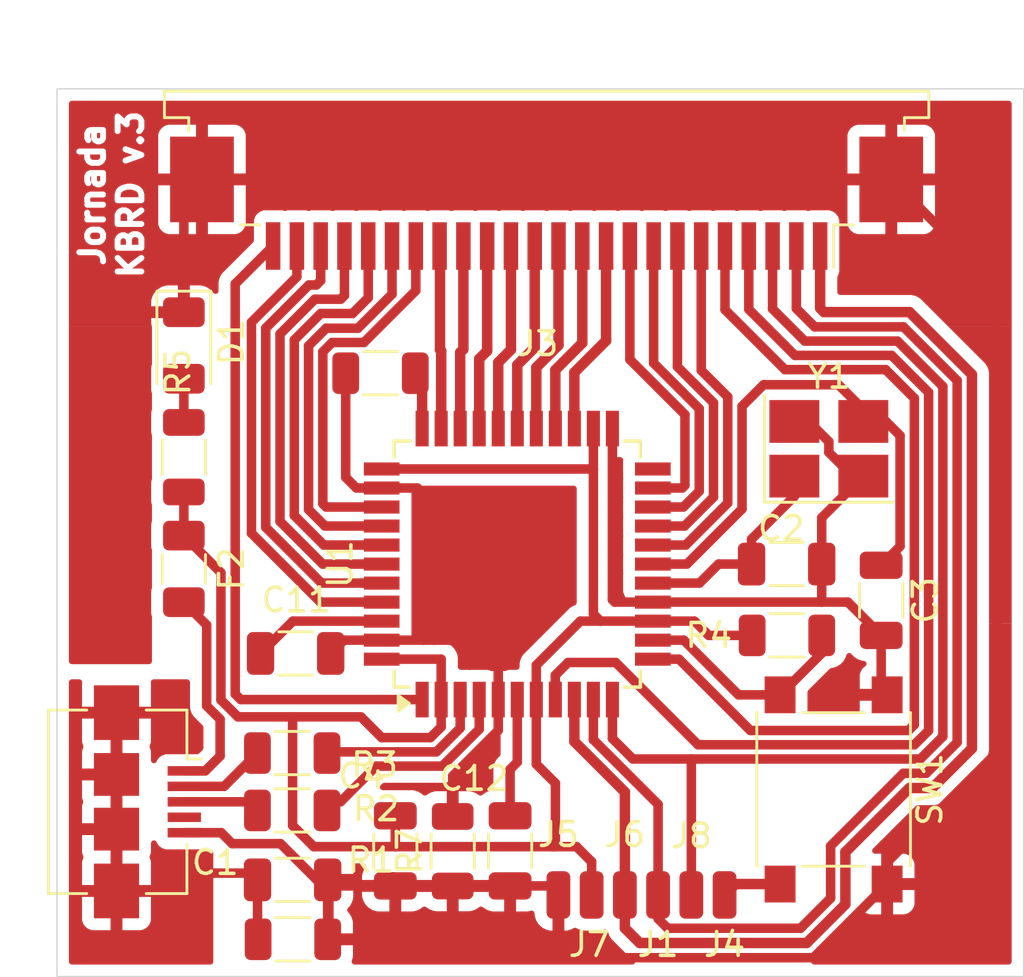
<source format=kicad_pcb>
(kicad_pcb (version 20241229) (generator "pcbnew") (generator_version "9.0")
  (layers (0 "F.Cu" signal) (2 "B.Cu" signal) (13 "F.Paste" user) (15 "B.Paste" user) (5 "F.SilkS" user "F.Silkscreen") (7 "B.SilkS" user "B.Silkscreen") (1 "F.Mask" user) (3 "B.Mask" user) (25 "Edge.Cuts" user))
  (net 0 "")
  (net 1 "GND")
  (net 2 "Net-(U1-XTAL2)")
  (net 3 "Net-(U1-XTAL1)")
  (net 4 "+5V")
  (net 5 "Net-(U1-AREF)")
  (net 6 "Net-(U1-UCAP)")
  (net 8 "/BUS-")
  (net 9 "/BUS+")
  (net 10 "/D-")
  (net 11 "/D+")
  (net 12 "/RESET")
  (net 14 "Net-(D1-A)")
  (net 15 "Net-(U1-~{HWB}{slash}PE2)")
  (net 16 "/PB2{slash}MOSI")
  (net 17 "/PB6")
  (net 18 "/PD3")
  (net 19 "/PB1{slash}SCLK")
  (net 20 "/PD2")
  (net 21 "/PB3{slash}MISO")
  (net 22 "/PC7")
  (net 23 "/PD1")
  (net 24 "/PD7")
  (net 25 "/PF5")
  (net 26 "/PF4")
  (net 27 "/PF1")
  (net 28 "/PB5")
  (net 29 "/PE6")
  (net 30 "/PD0")
  (net 31 "/PB0")
  (net 32 "/PF7")
  (net 33 "/PD4")
  (net 34 "/PB7")
  (net 35 "/PB4")
  (net 36 "/PC6")
  (net 37 "/PF0")
  (net 38 "/PD6")
  (net 39 "/PF6")
  (net 40 "GNDPWR")
  (net 41 "VBUS")
  (footprint "Crystal:Crystal_SMD_3225-4Pin_3.2x2.5mm_HandSoldering" (layer "F.Cu") (at 54.55 31.65)
    (property "Reference" "Y1" (at 0 -3.05 0) (layer "F.SilkS"))
    (property "Value" "Crystal_GND24")
    (pad "1" smd rect (at -1.45 1.15) (size 2.1 1.8) (layers "F.Cu" "F.Mask" "F.Paste") (net 2 "Net-(U1-XTAL2)"))
    (pad "2" smd rect (at 1.45 1.15) (size 2.1 1.8) (layers "F.Cu" "F.Mask" "F.Paste") (net 1 "GND"))
    (pad "3" smd rect (at 1.45 -1.15) (size 2.1 1.8) (layers "F.Cu" "F.Mask" "F.Paste") (net 3 "Net-(U1-XTAL1)"))
    (pad "4" smd rect (at -1.45 -1.15) (size 2.1 1.8) (layers "F.Cu" "F.Mask" "F.Paste") (net 1 "GND"))
  )
  (footprint "Package_QFP:TQFP-44_10x10mm_P0.8mm" (layer "F.Cu") (at 41.45 36.5 90)
    (property "Reference" "U1" (at 0 -7.45 90) (layer "F.SilkS"))
    (property "Value" "ATmega32U4-A")
    (pad "1" smd rect (at -5.7 -4 90) (size 1.5 0.55) (layers "F.Cu" "F.Mask" "F.Paste") (net 29 "/PE6"))
    (pad "2" smd rect (at -5.7 -3.2 90) (size 1.5 0.55) (layers "F.Cu" "F.Mask" "F.Paste") (net 4 "+5V"))
    (pad "3" smd rect (at -5.7 -2.4 90) (size 1.5 0.55) (layers "F.Cu" "F.Mask" "F.Paste") (net 11 "/D+"))
    (pad "4" smd rect (at -5.7 -1.6 90) (size 1.5 0.55) (layers "F.Cu" "F.Mask" "F.Paste") (net 10 "/D-"))
    (pad "5" smd rect (at -5.7 -0.8 90) (size 1.5 0.55) (layers "F.Cu" "F.Mask" "F.Paste") (net 1 "GND"))
    (pad "6" smd rect (at -5.7 0 90) (size 1.5 0.55) (layers "F.Cu" "F.Mask" "F.Paste") (net 6 "Net-(U1-UCAP)"))
    (pad "7" smd rect (at -5.7 0.8 90) (size 1.5 0.55) (layers "F.Cu" "F.Mask" "F.Paste") (net 4 "+5V"))
    (pad "8" smd rect (at -5.7 1.6 90) (size 1.5 0.55) (layers "F.Cu" "F.Mask" "F.Paste") (net 31 "/PB0"))
    (pad "9" smd rect (at -5.7 2.4 90) (size 1.5 0.55) (layers "F.Cu" "F.Mask" "F.Paste") (net 19 "/PB1{slash}SCLK"))
    (pad "10" smd rect (at -5.7 3.2 90) (size 1.5 0.55) (layers "F.Cu" "F.Mask" "F.Paste") (net 16 "/PB2{slash}MOSI"))
    (pad "11" smd rect (at -5.7 4 90) (size 1.5 0.55) (layers "F.Cu" "F.Mask" "F.Paste") (net 21 "/PB3{slash}MISO"))
    (pad "12" smd rect (at -4 5.7 180) (size 1.5 0.55) (layers "F.Cu" "F.Mask" "F.Paste") (net 34 "/PB7"))
    (pad "13" smd rect (at -3.2 5.7 180) (size 1.5 0.55) (layers "F.Cu" "F.Mask" "F.Paste") (net 12 "/RESET"))
    (pad "14" smd rect (at -2.4 5.7 180) (size 1.5 0.55) (layers "F.Cu" "F.Mask" "F.Paste") (net 4 "+5V"))
    (pad "15" smd rect (at -1.6 5.7 180) (size 1.5 0.55) (layers "F.Cu" "F.Mask" "F.Paste") (net 1 "GND"))
    (pad "16" smd rect (at -0.8 5.7 180) (size 1.5 0.55) (layers "F.Cu" "F.Mask" "F.Paste") (net 2 "Net-(U1-XTAL2)"))
    (pad "17" smd rect (at 0 5.7 180) (size 1.5 0.55) (layers "F.Cu" "F.Mask" "F.Paste") (net 3 "Net-(U1-XTAL1)"))
    (pad "18" smd rect (at 0.8 5.7 180) (size 1.5 0.55) (layers "F.Cu" "F.Mask" "F.Paste") (net 30 "/PD0"))
    (pad "19" smd rect (at 1.6 5.7 180) (size 1.5 0.55) (layers "F.Cu" "F.Mask" "F.Paste") (net 23 "/PD1"))
    (pad "20" smd rect (at 2.4 5.7 180) (size 1.5 0.55) (layers "F.Cu" "F.Mask" "F.Paste") (net 20 "/PD2"))
    (pad "21" smd rect (at 3.2 5.7 180) (size 1.5 0.55) (layers "F.Cu" "F.Mask" "F.Paste") (net 18 "/PD3"))
    (pad "22" smd rect (at 4 5.7 180) (size 1.5 0.55) (layers "F.Cu" "F.Mask" "F.Paste"))
    (pad "23" smd rect (at 5.7 4 90) (size 1.5 0.55) (layers "F.Cu" "F.Mask" "F.Paste") (net 1 "GND"))
    (pad "24" smd rect (at 5.7 3.2 90) (size 1.5 0.55) (layers "F.Cu" "F.Mask" "F.Paste") (net 4 "+5V"))
    (pad "25" smd rect (at 5.7 2.4 90) (size 1.5 0.55) (layers "F.Cu" "F.Mask" "F.Paste") (net 33 "/PD4"))
    (pad "26" smd rect (at 5.7 1.6 90) (size 1.5 0.55) (layers "F.Cu" "F.Mask" "F.Paste") (net 38 "/PD6"))
    (pad "27" smd rect (at 5.7 0.8 90) (size 1.5 0.55) (layers "F.Cu" "F.Mask" "F.Paste") (net 24 "/PD7"))
    (pad "28" smd rect (at 5.7 0 90) (size 1.5 0.55) (layers "F.Cu" "F.Mask" "F.Paste") (net 35 "/PB4"))
    (pad "29" smd rect (at 5.7 -0.8 90) (size 1.5 0.55) (layers "F.Cu" "F.Mask" "F.Paste") (net 28 "/PB5"))
    (pad "30" smd rect (at 5.7 -1.6 90) (size 1.5 0.55) (layers "F.Cu" "F.Mask" "F.Paste") (net 17 "/PB6"))
    (pad "31" smd rect (at 5.7 -2.4 90) (size 1.5 0.55) (layers "F.Cu" "F.Mask" "F.Paste") (net 36 "/PC6"))
    (pad "32" smd rect (at 5.7 -3.2 90) (size 1.5 0.55) (layers "F.Cu" "F.Mask" "F.Paste") (net 22 "/PC7"))
    (pad "33" smd rect (at 5.7 -4 90) (size 1.5 0.55) (layers "F.Cu" "F.Mask" "F.Paste") (net 15 "Net-(U1-~{HWB}{slash}PE2)"))
    (pad "34" smd rect (at 4 -5.7 180) (size 1.5 0.55) (layers "F.Cu" "F.Mask" "F.Paste") (net 4 "+5V"))
    (pad "35" smd rect (at 3.2 -5.7 180) (size 1.5 0.55) (layers "F.Cu" "F.Mask" "F.Paste") (net 1 "GND"))
    (pad "36" smd rect (at 2.4 -5.7 180) (size 1.5 0.55) (layers "F.Cu" "F.Mask" "F.Paste") (net 32 "/PF7"))
    (pad "37" smd rect (at 1.6 -5.7 180) (size 1.5 0.55) (layers "F.Cu" "F.Mask" "F.Paste") (net 39 "/PF6"))
    (pad "38" smd rect (at 0.8 -5.7 180) (size 1.5 0.55) (layers "F.Cu" "F.Mask" "F.Paste") (net 25 "/PF5"))
    (pad "39" smd rect (at 0 -5.7 180) (size 1.5 0.55) (layers "F.Cu" "F.Mask" "F.Paste") (net 26 "/PF4"))
    (pad "40" smd rect (at -0.8 -5.7 180) (size 1.5 0.55) (layers "F.Cu" "F.Mask" "F.Paste") (net 27 "/PF1"))
    (pad "41" smd rect (at -1.6 -5.7 180) (size 1.5 0.55) (layers "F.Cu" "F.Mask" "F.Paste") (net 37 "/PF0"))
    (pad "42" smd rect (at -2.4 -5.7 180) (size 1.5 0.55) (layers "F.Cu" "F.Mask" "F.Paste") (net 5 "Net-(U1-AREF)"))
    (pad "43" smd rect (at -3.2 -5.7 180) (size 1.5 0.55) (layers "F.Cu" "F.Mask" "F.Paste") (net 1 "GND"))
    (pad "44" smd rect (at -4 -5.7 180) (size 1.5 0.55) (layers "F.Cu" "F.Mask" "F.Paste") (net 4 "+5V"))
  )
  (footprint "Resistor_SMD:R_1206_3216Metric" (layer "F.Cu") (at 52.7875 39.5)
    (property "Reference" "R4" (at -3.2875 0 0) (layer "F.SilkS"))
    (property "Value" "10k")
    (pad "1" smd roundrect (at -1.4625 0) (size 1.125 1.75) (layers "F.Cu" "F.Mask" "F.Paste") (roundrect_rratio 0.222222) (net 4 "+5V"))
    (pad "2" smd roundrect (at 1.4625 0) (size 1.125 1.75) (layers "F.Cu" "F.Mask" "F.Paste") (roundrect_rratio 0.222222) (net 12 "/RESET"))
  )
  (footprint "Resistor_SMD:R_1206_3216Metric" (layer "F.Cu") (at 35.69985 28.47125 180)
    (property "Reference" "R6" (hide yes))
    (property "Value" "10k")
    (pad "1" smd roundrect (at -1.4625 0 180) (size 1.125 1.75) (layers "F.Cu" "F.Mask" "F.Paste") (roundrect_rratio 0.222222) (net 15 "Net-(U1-~{HWB}{slash}PE2)"))
    (pad "2" smd roundrect (at 1.4625 0 180) (size 1.125 1.75) (layers "F.Cu" "F.Mask" "F.Paste") (roundrect_rratio 0.222222) (net 1 "GND"))
  )
  (footprint "Connector_Wire:SolderWirePad_1x01_SMD_1x2mm" (layer "F.Cu") (at 48.768 50.419)
    (property "Reference" "J8" (at 0 -2.4892 0) (layer "F.SilkS"))
    (property "Value" "Conn_01x01_Socket")
    (pad "1" smd roundrect (at 0 0) (size 1 2) (layers "F.Cu" "F.Mask" "F.Paste") (net 21 "/PB3{slash}MISO"))
  )
  (footprint "Resistor_SMD:R_1206_3216Metric" (layer "F.Cu") (at 38.735 48.5795 90)
    (property "Reference" "R7" (at 0 -1.82 90) (layer "F.SilkS"))
    (property "Value" "0R")
    (pad "1" smd roundrect (at -1.4625 0 90) (size 1.125 1.75) (layers "F.Cu" "F.Mask" "F.Paste") (roundrect_rratio 0.222222) (net 1 "GND"))
    (pad "2" smd roundrect (at 1.4625 0 90) (size 1.125 1.75) (layers "F.Cu" "F.Mask" "F.Paste") (roundrect_rratio 0.222222) (net 1 "GND"))
  )
  (footprint "Resistor_SMD:R_1206_3216Metric" (layer "F.Cu") (at 32.0165 52.284 180)
    (property "Reference" "R1" (at -3.2855 3.332 0) (layer "F.SilkS"))
    (property "Value" "1M")
    (pad "1" smd roundrect (at -1.4625 0 180) (size 1.125 1.75) (layers "F.Cu" "F.Mask" "F.Paste") (roundrect_rratio 0.222222) (net 1 "GND"))
    (pad "2" smd roundrect (at 1.4625 0 180) (size 1.125 1.75) (layers "F.Cu" "F.Mask" "F.Paste") (roundrect_rratio 0.222222) (net 40 "GNDPWR"))
  )
  (footprint "Capacitor_SMD:C_1206_3216Metric" (layer "F.Cu") (at 32.131 40.259)
    (property "Reference" "C11" (at 0.025 -2.25 0) (layer "F.SilkS"))
    (property "Value" "100nF")
    (pad "1" smd roundrect (at -1.475 0) (size 1.15 1.8) (layers "F.Cu" "F.Mask" "F.Paste") (roundrect_rratio 0.217391) (net 5 "Net-(U1-AREF)"))
    (pad "2" smd roundrect (at 1.475 0) (size 1.15 1.8) (layers "F.Cu" "F.Mask" "F.Paste") (roundrect_rratio 0.217391) (net 1 "GND"))
  )
  (footprint "Resistor_SMD:R_1206_3216Metric" (layer "F.Cu") (at 31.9875 46.863)
    (property "Reference" "R2" (at 3.5217 -0.0688 0) (layer "F.SilkS"))
    (property "Value" "22")
    (pad "1" smd roundrect (at -1.4625 0) (size 1.125 1.75) (layers "F.Cu" "F.Mask" "F.Paste") (roundrect_rratio 0.222222) (net 8 "/BUS-"))
    (pad "2" smd roundrect (at 1.4625 0) (size 1.125 1.75) (layers "F.Cu" "F.Mask" "F.Paste") (roundrect_rratio 0.222222) (net 10 "/D-"))
  )
  (footprint "Connector_USB:USB_Micro-B_Amphenol_10104110_Horizontal" (layer "F.Cu") (at 25.9 46.5 -90)
    (property "Reference" "J2" (hide yes))
    (property "Value" "USB_B_Micro")
    (pad "1" smd rect (at -1.3 -1.55 270) (size 0.4 1.4) (layers "F.Cu" "F.Mask" "F.Paste") (net 41 "VBUS"))
    (pad "2" smd rect (at -0.65 -1.55 270) (size 0.4 1.4) (layers "F.Cu" "F.Mask" "F.Paste") (net 9 "/BUS+"))
    (pad "3" smd rect (at 0 -1.55 270) (size 0.4 1.4) (layers "F.Cu" "F.Mask" "F.Paste") (net 8 "/BUS-"))
    (pad "4" smd rect (at 0.65 -1.55 270) (size 0.4 1.4) (layers "F.Cu" "F.Mask" "F.Paste"))
    (pad "5" smd rect (at 1.3 -1.55 270) (size 0.4 1.4) (layers "F.Cu" "F.Mask" "F.Paste") (net 1 "GND"))
    (pad "6" smd rect (at -3.75 1.3 270) (size 2.3 1.9) (layers "F.Cu" "F.Mask" "F.Paste") (net 40 "GNDPWR"))
    (pad "6" smd rect (at -1.15 1.3 270) (size 1.8 1.9) (layers "F.Cu" "F.Mask" "F.Paste") (net 40 "GNDPWR"))
    (pad "6" smd rect (at 1.15 1.3 270) (size 1.8 1.9) (layers "F.Cu" "F.Mask" "F.Paste") (net 40 "GNDPWR"))
    (pad "6" smd rect (at 3.75 1.3 270) (size 2.3 1.9) (layers "F.Cu" "F.Mask" "F.Paste") (net 40 "GNDPWR"))
  )
  (footprint "Connector_FFC-FPC:TE_2-84952-4_1x24-1MP_P1.0mm_Horizontal" (layer "F.Cu") (at 42.684 21.32 180)
    (property "Reference" "J3" (at 0.3676 -5.9088 0) (layer "F.SilkS"))
    (property "Value" "Conn_01x24_MountingPin")
    (pad "1" smd rect (at -11.5 -1.8 180) (size 0.61 2) (layers "F.Cu" "F.Mask" "F.Paste") (net 19 "/PB1{slash}SCLK"))
    (pad "2" smd rect (at -10.5 -1.8 180) (size 0.61 2) (layers "F.Cu" "F.Mask" "F.Paste") (net 16 "/PB2{slash}MOSI"))
    (pad "3" smd rect (at -9.5 -1.8 180) (size 0.61 2) (layers "F.Cu" "F.Mask" "F.Paste") (net 21 "/PB3{slash}MISO"))
    (pad "4" smd rect (at -8.5 -1.8 180) (size 0.61 2) (layers "F.Cu" "F.Mask" "F.Paste") (net 31 "/PB0"))
    (pad "5" smd rect (at -7.5 -1.8 180) (size 0.61 2) (layers "F.Cu" "F.Mask" "F.Paste") (net 34 "/PB7"))
    (pad "6" smd rect (at -6.5 -1.8 180) (size 0.61 2) (layers "F.Cu" "F.Mask" "F.Paste") (net 30 "/PD0"))
    (pad "7" smd rect (at -5.5 -1.8 180) (size 0.61 2) (layers "F.Cu" "F.Mask" "F.Paste") (net 23 "/PD1"))
    (pad "8" smd rect (at -4.5 -1.8 180) (size 0.61 2) (layers "F.Cu" "F.Mask" "F.Paste") (net 20 "/PD2"))
    (pad "9" smd rect (at -3.5 -1.8 180) (size 0.61 2) (layers "F.Cu" "F.Mask" "F.Paste") (net 18 "/PD3"))
    (pad "10" smd rect (at -2.5 -1.8 180) (size 0.61 2) (layers "F.Cu" "F.Mask" "F.Paste") (net 33 "/PD4"))
    (pad "11" smd rect (at -1.5 -1.8 180) (size 0.61 2) (layers "F.Cu" "F.Mask" "F.Paste") (net 38 "/PD6"))
    (pad "12" smd rect (at -0.5 -1.8 180) (size 0.61 2) (layers "F.Cu" "F.Mask" "F.Paste") (net 24 "/PD7"))
    (pad "13" smd rect (at 0.5 -1.8 180) (size 0.61 2) (layers "F.Cu" "F.Mask" "F.Paste") (net 35 "/PB4"))
    (pad "14" smd rect (at 1.5 -1.8 180) (size 0.61 2) (layers "F.Cu" "F.Mask" "F.Paste") (net 28 "/PB5"))
    (pad "15" smd rect (at 2.5 -1.8 180) (size 0.61 2) (layers "F.Cu" "F.Mask" "F.Paste") (net 17 "/PB6"))
    (pad "16" smd rect (at 3.5 -1.8 180) (size 0.61 2) (layers "F.Cu" "F.Mask" "F.Paste") (net 36 "/PC6"))
    (pad "17" smd rect (at 4.5 -1.8 180) (size 0.61 2) (layers "F.Cu" "F.Mask" "F.Paste") (net 22 "/PC7"))
    (pad "18" smd rect (at 5.5 -1.8 180) (size 0.61 2) (layers "F.Cu" "F.Mask" "F.Paste") (net 32 "/PF7"))
    (pad "19" smd rect (at 6.5 -1.8 180) (size 0.61 2) (layers "F.Cu" "F.Mask" "F.Paste") (net 39 "/PF6"))
    (pad "20" smd rect (at 7.5 -1.8 180) (size 0.61 2) (layers "F.Cu" "F.Mask" "F.Paste") (net 25 "/PF5"))
    (pad "21" smd rect (at 8.5 -1.8 180) (size 0.61 2) (layers "F.Cu" "F.Mask" "F.Paste") (net 26 "/PF4"))
    (pad "22" smd rect (at 9.5 -1.8 180) (size 0.61 2) (layers "F.Cu" "F.Mask" "F.Paste") (net 27 "/PF1"))
    (pad "23" smd rect (at 10.5 -1.8 180) (size 0.61 2) (layers "F.Cu" "F.Mask" "F.Paste") (net 37 "/PF0"))
    (pad "24" smd rect (at 11.5 -1.8 180) (size 0.61 2) (layers "F.Cu" "F.Mask" "F.Paste") (net 29 "/PE6"))
    (pad "MP" smd rect (at -14.49 1 180) (size 2.68 3.6) (layers "F.Cu" "F.Mask" "F.Paste") (net 1 "GND"))
    (pad "MP" smd rect (at 14.49 1 180) (size 2.68 3.6) (layers "F.Cu" "F.Mask" "F.Paste") (net 1 "GND"))
  )
  (footprint "Capacitor_SMD:C_1206_3216Metric" (layer "F.Cu") (at 52.775 36.5)
    (property "Reference" "C2" (at -0.225 -1.5 0) (layer "F.SilkS"))
    (property "Value" "6.2pF")
    (pad "1" smd roundrect (at -1.475 0) (size 1.15 1.8) (layers "F.Cu" "F.Mask" "F.Paste") (roundrect_rratio 0.217391) (net 2 "Net-(U1-XTAL2)"))
    (pad "2" smd roundrect (at 1.475 0) (size 1.15 1.8) (layers "F.Cu" "F.Mask" "F.Paste") (roundrect_rratio 0.217391) (net 1 "GND"))
  )
  (footprint "Capacitor_SMD:C_1206_3216Metric" (layer "F.Cu") (at 41.148 48.563 -90)
    (property "Reference" "C12" (at -3.0462 1.524 0) (layer "F.SilkS"))
    (property "Value" "1uF")
    (pad "1" smd roundrect (at -1.475 0 270) (size 1.15 1.8) (layers "F.Cu" "F.Mask" "F.Paste") (roundrect_rratio 0.217391) (net 6 "Net-(U1-UCAP)"))
    (pad "2" smd roundrect (at 1.475 0 270) (size 1.15 1.8) (layers "F.Cu" "F.Mask" "F.Paste") (roundrect_rratio 0.217391) (net 1 "GND"))
  )
  (footprint "LED_SMD:LED_1206_3216Metric" (layer "F.Cu") (at 27.432 27.305 -90)
    (property "Reference" "D1" (at -0.14555 -2 90) (layer "F.SilkS"))
    (property "Value" "LED")
    (pad "1" smd roundrect (at -1.4 0 270) (size 1.25 1.75) (layers "F.Cu" "F.Mask" "F.Paste") (roundrect_rratio 0.2) (net 1 "GND"))
    (pad "2" smd roundrect (at 1.4 0 270) (size 1.25 1.75) (layers "F.Cu" "F.Mask" "F.Paste") (roundrect_rratio 0.2) (net 14 "Net-(D1-A)"))
  )
  (footprint "Resistor_SMD:R_1206_3216Metric" (layer "F.Cu") (at 27.432 32.004 90)
    (property "Reference" "R5" (at 3.58305 -0.25 90) (layer "F.SilkS"))
    (property "Value" "R")
    (pad "1" smd roundrect (at -1.4625 0 90) (size 1.125 1.75) (layers "F.Cu" "F.Mask" "F.Paste") (roundrect_rratio 0.222222) (net 4 "+5V"))
    (pad "2" smd roundrect (at 1.4625 0 90) (size 1.125 1.75) (layers "F.Cu" "F.Mask" "F.Paste") (roundrect_rratio 0.222222) (net 14 "Net-(D1-A)"))
  )
  (footprint "Connector_Wire:SolderWirePad_1x01_SMD_1x2mm" (layer "F.Cu") (at 50.165 50.419)
    (property "Reference" "J4" (at 0 2.0828 0) (layer "F.SilkS"))
    (property "Value" "Conn_01x01_Socket")
    (pad "1" smd roundrect (at 0 0) (size 1 2) (layers "F.Cu" "F.Mask" "F.Paste") (net 12 "/RESET"))
  )
  (footprint "Capacitor_SMD:C_1206_3216Metric" (layer "F.Cu") (at 36.322 48.563 -90)
    (property "Reference" "C4" (at -3.1478 1.4224 0) (layer "F.SilkS"))
    (property "Value" "1uF")
    (pad "1" smd roundrect (at -1.475 0 270) (size 1.15 1.8) (layers "F.Cu" "F.Mask" "F.Paste") (roundrect_rratio 0.217391) (net 4 "+5V"))
    (pad "2" smd roundrect (at 1.475 0 270) (size 1.15 1.8) (layers "F.Cu" "F.Mask" "F.Paste") (roundrect_rratio 0.217391) (net 1 "GND"))
  )
  (footprint "Connector_Wire:SolderWirePad_1x01_SMD_1x2mm" (layer "F.Cu") (at 44.577 50.419)
    (property "Reference" "J7" (at -0.1016 2.0828 0) (layer "F.SilkS"))
    (property "Value" "Conn_01x01_Socket")
    (pad "1" smd roundrect (at 0 0) (size 1 2) (layers "F.Cu" "F.Mask" "F.Paste") (net 4 "+5V"))
  )
  (footprint "Connector_Wire:SolderWirePad_1x01_SMD_1x2mm" (layer "F.Cu") (at 45.974 50.419)
    (property "Reference" "J6" (at 0 -2.54 0) (layer "F.SilkS"))
    (property "Value" "Conn_01x01_Socket")
    (pad "1" smd roundrect (at 0 0) (size 1 2) (layers "F.Cu" "F.Mask" "F.Paste") (net 19 "/PB1{slash}SCLK"))
  )
  (footprint "Resistor_SMD:R_1206_3216Metric" (layer "F.Cu") (at 31.9875 44.45 180)
    (property "Reference" "R3" (at -3.4625 -0.5 180) (layer "F.SilkS"))
    (property "Value" "22")
    (pad "1" smd roundrect (at -1.4625 0 180) (size 1.125 1.75) (layers "F.Cu" "F.Mask" "F.Paste") (roundrect_rratio 0.222222) (net 11 "/D+"))
    (pad "2" smd roundrect (at 1.4625 0 180) (size 1.125 1.75) (layers "F.Cu" "F.Mask" "F.Paste") (roundrect_rratio 0.222222) (net 9 "/BUS+"))
  )
  (footprint "Button_Switch_SMD:SW_SPST_PTS645" (layer "F.Cu") (at 54.75 45.98 -90)
    (property "Reference" "SW1" (at 0 -4.05 90) (layer "F.SilkS"))
    (property "Value" "SW_Omron_B3FS")
    (pad "1" smd rect (at -3.98 -2.25 270) (size 1.55 1.3) (layers "F.Cu" "F.Mask" "F.Paste") (net 1 "GND"))
    (pad "1" smd rect (at 3.98 -2.25 270) (size 1.55 1.3) (layers "F.Cu" "F.Mask" "F.Paste") (net 1 "GND"))
    (pad "2" smd rect (at -3.98 2.25 270) (size 1.55 1.3) (layers "F.Cu" "F.Mask" "F.Paste") (net 12 "/RESET"))
    (pad "2" smd rect (at 3.98 2.25 270) (size 1.55 1.3) (layers "F.Cu" "F.Mask" "F.Paste") (net 12 "/RESET"))
  )
  (footprint "Connector_Wire:SolderWirePad_1x01_SMD_1x2mm" (layer "F.Cu") (at 43.18 50.419)
    (property "Reference" "J5" (at 0 -2.54 0) (layer "F.SilkS"))
    (property "Value" "Conn_01x01_Socket")
    (pad "1" smd roundrect (at 0 0) (size 1 2) (layers "F.Cu" "F.Mask" "F.Paste") (net 1 "GND"))
  )
  (footprint "Capacitor_SMD:C_1206_3216Metric" (layer "F.Cu") (at 32.004 49.784 180)
    (property "Reference" "C1" (at 3.2552 0.7304 0) (layer "F.SilkS"))
    (property "Value" "4.7nF")
    (pad "1" smd roundrect (at -1.475 0 180) (size 1.15 1.8) (layers "F.Cu" "F.Mask" "F.Paste") (roundrect_rratio 0.217391) (net 1 "GND"))
    (pad "2" smd roundrect (at 1.475 0 180) (size 1.15 1.8) (layers "F.Cu" "F.Mask" "F.Paste") (roundrect_rratio 0.217391) (net 40 "GNDPWR"))
  )
  (footprint "Capacitor_SMD:C_1206_3216Metric" (layer "F.Cu") (at 56.75 38.025 -90)
    (property "Reference" "C3" (at 0 -1.85 90) (layer "F.SilkS"))
    (property "Value" "6.2pF")
    (pad "1" smd roundrect (at -1.475 0 270) (size 1.15 1.8) (layers "F.Cu" "F.Mask" "F.Paste") (roundrect_rratio 0.217391) (net 3 "Net-(U1-XTAL1)"))
    (pad "2" smd roundrect (at 1.475 0 270) (size 1.15 1.8) (layers "F.Cu" "F.Mask" "F.Paste") (roundrect_rratio 0.217391) (net 1 "GND"))
  )
  (footprint "Connector_Wire:SolderWirePad_1x01_SMD_1x2mm" (layer "F.Cu") (at 47.371 50.419)
    (property "Reference" "J1" (at 0 2.0828 0) (layer "F.SilkS"))
    (property "Value" "Conn_01x01_Socket")
    (pad "1" smd roundrect (at 0 0) (size 1 2) (layers "F.Cu" "F.Mask" "F.Paste") (net 16 "/PB2{slash}MOSI"))
  )
  (footprint "Fuse:Fuse_1206_3216Metric" (layer "F.Cu") (at 27.432 36.703 90)
    (property "Reference" "F2" (at 0 2 90) (layer "F.SilkS"))
    (property "Value" "Fuse_Small")
    (pad "1" smd roundrect (at -1.4 0 90) (size 1.25 1.75) (layers "F.Cu" "F.Mask" "F.Paste") (roundrect_rratio 0.2) (net 41 "VBUS"))
    (pad "2" smd roundrect (at 1.4 0 90) (size 1.25 1.75) (layers "F.Cu" "F.Mask" "F.Paste") (roundrect_rratio 0.2) (net 4 "+5V"))
  )
  (gr_line (start 22.098 16.51) (end 62.738 16.51) (stroke (width 0.05)) (layer "Edge.Cuts"))
  (gr_line (start 22.098 16.51) (end 22.098 53.848) (stroke (width 0.05)) (layer "Edge.Cuts"))
  (gr_line (start 62.738 16.51) (end 62.738 53.848) (stroke (width 0.05)) (layer "Edge.Cuts"))
  (gr_line (start 62.738 53.848) (end 22.098 53.848) (stroke (width 0.05)) (layer "Edge.Cuts"))
  (gr_text "Jornada\nKBRD v.3" (at 25.781 20.955 90) (layer "F.Cu" knockout) (effects (font (size 1 1) (thickness 0.25) (bold yes)) (justify bottom)))
  (segment (start 47.15 38.1) (end 45.55 38.1) (width 0.4) (layer "F.Cu") (net 1))
  (segment (start 35.75 33.3) (end 34.685 33.3) (width 0.4) (layer "F.Cu") (net 1))
  (segment (start 56 32.8) (end 55.55 32.8) (width 0.4) (layer "F.Cu") (net 1))
  (segment (start 34.165 39.7) (end 33.606 40.259) (width 0.4) (layer "F.Cu") (net 1))
  (segment (start 55.55 32.8) (end 54.55 31.8) (width 0.4) (layer "F.Cu") (net 1))
  (segment (start 35.75 39.7) (end 37.95 39.7) (width 0.4) (layer "F.Cu") (net 1))
  (segment (start 28.194 20.32) (end 57.174 20.32) (width 0.4) (layer "F.Cu") (net 1))
  (segment (start 27.686 20.828) (end 28.194 20.32) (width 0.4) (layer "F.Cu") (net 1))
  (segment (start 33.479 52.284) (end 33.475 52.28) (width 0.4) (layer "F.Cu") (net 1))
  (segment (start 54.25 34.55) (end 56 32.8) (width 0.4) (layer "F.Cu") (net 1))
  (segment (start 29.004 47.8) (end 29.464 48.26) (width 0.4) (layer "F.Cu") (net 1))
  (segment (start 41.144 50.042) (end 41.148 50.038) (width 0.4) (layer "F.Cu") (net 1))
  (segment (start 38.735 45.412056) (end 38.735 47.117) (width 0.4) (layer "F.Cu") (net 1))
  (segment (start 27.686 20.828) (end 28.448 20.066) (width 0.4) (layer "F.Cu") (net 1))
  (segment (start 33.45 51.975) (end 33.475 52) (width 0.4) (layer "F.Cu") (net 1))
  (segment (start 33.90325 28.80535) (end 34.23735 28.47125) (width 0.4) (layer "F.Cu") (net 1))
  (segment (start 53.901 53.059) (end 44.169 53.059) (width 0.4) (layer "F.Cu") (net 1))
  (segment (start 42.799 50.038) (end 43.18 50.419) (width 0.4) (layer "F.Cu") (net 1))
  (segment (start 43.18 52.07) (end 43.18 50.419) (width 0.4) (layer "F.Cu") (net 1))
  (segment (start 37.5 39.7) (end 37.5 33.55) (width 0.4) (layer "F.Cu") (net 1))
  (segment (start 54.25 38.1) (end 55.35 38.1) (width 0.4) (layer "F.Cu") (net 1))
  (segment (start 40.65 39.7) (end 40.65 42.2) (width 0.4) (layer "F.Cu") (net 1))
  (segment (start 40.65 42.2) (end 40.65 43.497056) (width 0.4) (layer "F.Cu") (net 1))
  (segment (start 54.25 36.5) (end 54.25 34.55) (width 0.4) (layer "F.Cu") (net 1))
  (segment (start 29.464 48.26) (end 31.496 48.26) (width 0.4) (layer "F.Cu") (net 1))
  (segment (start 57 49.045) (end 57 49.96) (width 0.4) (layer "F.Cu") (net 1))
  (segment (start 33.475 52.28) (end 33.475 52.157) (width 0.4) (layer "F.Cu") (net 1))
  (segment (start 54.25 38.1) (end 54.25 36.5) (width 0.4) (layer "F.Cu") (net 1))
  (segment (start 33.02 49.784) (end 33.479 49.784) (width 0.4) (layer "F.Cu") (net 1))
  (segment (start 36.322 50.038) (end 38.731 50.038) (width 0.4) (layer "F.Cu") (net 1))
  (segment (start 36.322 50.038) (end 33.733 50.038) (width 0.4) (layer "F.Cu") (net 1))
  (segment (start 54.55 31.8) (end 54.55 31.35) (width 0.4) (layer "F.Cu") (net 1))
  (segment (start 33.733 50.038) (end 33.479 49.784) (width 0.4) (layer "F.Cu") (net 1))
  (segment (start 34.23735 32.85235) (end 34.23735 28.47125) (width 0.4) (layer "F.Cu") (net 1))
  (segment (start 27.432 25.905) (end 27.432 21.082) (width 0.4) (layer "F.Cu") (net 1))
  (segment (start 56.92 20.066) (end 57.174 20.32) (width 0.4) (layer "F.Cu") (net 1))
  (segment (start 37.95 39.7) (end 40.65 39.7) (width 0.4) (layer "F.Cu") (net 1))
  (segment (start 31.496 48.26) (end 33.02 49.784) (width 0.4) (layer "F.Cu") (net 1))
  (segment (start 56.75 39.5) (end 56.75 41.75) (width 0.4) (layer "F.Cu") (net 1))
  (segment (start 41.148 50.038) (end 42.799 50.038) (width 0.4) (layer "F.Cu") (net 1))
  (segment (start 56.75 41.75) (end 57 42) (width 0.4) (layer "F.Cu") (net 1))
  (segment (start 57 49.96) (end 53.901 53.059) (width 0.4) (layer "F.Cu") (net 1))
  (segment (start 40.65 43.497056) (end 38.735 45.412056) (width 0.4) (layer "F.Cu") (net 1))
  (segment (start 61.595 44.45) (end 57 49.045) (width 0.4) (layer "F.Cu") (net 1))
  (segment (start 27.432 21.082) (end 28.194 20.32) (width 0.4) (layer "F.Cu") (net 1))
  (segment (start 33.479 49.784) (end 33.479 52.284) (width 0.4) (layer "F.Cu") (net 1))
  (segment (start 61.595 24.741) (end 61.595 44.45) (width 0.4) (layer "F.Cu") (net 1))
  (segment (start 37.5 33.55) (end 37.25 33.3) (width 0.4) (layer "F.Cu") (net 1))
  (segment (start 47.15 38.1) (end 54.25 38.1) (width 0.4) (layer "F.Cu") (net 1))
  (segment (start 54.55 31.35) (end 53.7 30.5) (width 0.4) (layer "F.Cu") (net 1))
  (segment (start 45.55 38.1) (end 45.45 38) (width 0.4) (layer "F.Cu") (net 1))
  (segment (start 45.45 38) (end 45.45 30.8) (width 0.4) (layer "F.Cu") (net 1))
  (segment (start 37.25 33.3) (end 35.75 33.3) (width 0.4) (layer "F.Cu") (net 1))
  (segment (start 38.731 50.038) (end 38.735 50.042) (width 0.4) (layer "F.Cu") (net 1))
  (segment (start 38.735 50.042) (end 41.144 50.042) (width 0.4) (layer "F.Cu") (net 1))
  (segment (start 55.35 38.1) (end 56.75 39.5) (width 0.4) (layer "F.Cu") (net 1))
  (segment (start 36.244 49.657) (end 36.322 49.735) (width 0.4) (layer "F.Cu") (net 1))
  (segment (start 35.75 39.7) (end 34.165 39.7) (width 0.4) (layer "F.Cu") (net 1))
  (segment (start 53.7 30.5) (end 53.1 30.5) (width 0.4) (layer "F.Cu") (net 1))
  (segment (start 27.45 47.8) (end 29.004 47.8) (width 0.4) (layer "F.Cu") (net 1))
  (segment (start 57 49.96) (end 57 50.287152) (width 0.4) (layer "F.Cu") (net 1))
  (segment (start 34.685 33.3) (end 34.23735 32.85235) (width 0.4) (layer "F.Cu") (net 1))
  (segment (start 44.169 53.059) (end 43.18 52.07) (width 0.4) (layer "F.Cu") (net 1))
  (segment (start 57.174 20.32) (end 57.05 20.444) (width 0.4) (layer "F.Cu") (net 1))
  (segment (start 57.174 20.32) (end 61.595 24.741) (width 0.4) (layer "F.Cu") (net 1))
  (segment (start 47.15 37.3) (end 49.1108 37.3) (width 0.4) (layer "F.Cu") (net 2))
  (segment (start 51.3 35.45) (end 53.1 33.65) (width 0.4) (layer "F.Cu") (net 2))
  (segment (start 51.3 36.5) (end 51.3 35.45) (width 0.4) (layer "F.Cu") (net 2))
  (segment (start 49.9108 36.5) (end 51.3 36.5) (width 0.4) (layer "F.Cu") (net 2))
  (segment (start 53.1 33.65) (end 53.1 32.8) (width 0.4) (layer "F.Cu") (net 2))
  (segment (start 49.1108 37.3) (end 49.9108 36.5) (width 0.4) (layer "F.Cu") (net 2))
  (segment (start 50.9 34.180512) (end 50.9 29.861) (width 0.4) (layer "F.Cu") (net 3))
  (segment (start 51.805 28.956) (end 54.956 28.956) (width 0.4) (layer "F.Cu") (net 3))
  (segment (start 56.95 30.5) (end 57.544 31.094) (width 0.4) (layer "F.Cu") (net 3))
  (segment (start 56 30) (end 56 30.5) (width 0.4) (layer "F.Cu") (net 3))
  (segment (start 57.544 31.094) (end 57.544 35.756) (width 0.4) (layer "F.Cu") (net 3))
  (segment (start 48.580512 36.5) (end 50.9 34.180512) (width 0.4) (layer "F.Cu") (net 3))
  (segment (start 57.544 35.756) (end 56.75 36.55) (width 0.4) (layer "F.Cu") (net 3))
  (segment (start 56 30.5) (end 56.95 30.5) (width 0.4) (layer "F.Cu") (net 3))
  (segment (start 50.9 29.861) (end 51.805 28.956) (width 0.4) (layer "F.Cu") (net 3))
  (segment (start 54.956 28.956) (end 56 30) (width 0.4) (layer "F.Cu") (net 3))
  (segment (start 47.15 36.5) (end 48.580512 36.5) (width 0.4) (layer "F.Cu") (net 3))
  (segment (start 37.801472 43.8) (end 38.25 43.351472) (width 0.4) (layer "F.Cu") (net 4))
  (segment (start 27.432 35.303) (end 27.432 33.4665) (width 0.4) (layer "F.Cu") (net 4))
  (segment (start 28.991 42.214528) (end 28.991 36.862) (width 0.4) (layer "F.Cu") (net 4))
  (segment (start 36.322 48.387) (end 42.926 48.387) (width 0.4) (layer "F.Cu") (net 4))
  (segment (start 42.25 42.2) (end 42.25 44.917) (width 0.4) (layer "F.Cu") (net 4))
  (segment (start 27.75 33.5305) (end 27.686 33.4665) (width 0.4) (layer "F.Cu") (net 4))
  (segment (start 28.991 36.862) (end 27.432 35.303) (width 0.4) (layer "F.Cu") (net 4))
  (segment (start 44.577 49.022) (end 44.577 50.419) (width 0.4) (layer "F.Cu") (net 4))
  (segment (start 34.876 42.926) (end 35.75 43.8) (width 0.4) (layer "F.Cu") (net 4))
  (segment (start 44.95 38.9) (end 44.65 38.6) (width 0.4) (layer "F.Cu") (net 4))
  (segment (start 44.95 38.9) (end 44.1 38.9) (width 0.4) (layer "F.Cu") (net 4))
  (segment (start 29.702472 42.926) (end 28.991 42.214528) (width 0.4) (layer "F.Cu") (net 4))
  (segment (start 38.25 40.5) (end 35.75 40.5) (width 0.4) (layer "F.Cu") (net 4))
  (segment (start 44.1 38.9) (end 42.25 40.75) (width 0.4) (layer "F.Cu") (net 4))
  (segment (start 32.893 48.387) (end 36.322 48.387) (width 0.4) (layer "F.Cu") (net 4))
  (segment (start 32.004 47.498) (end 32.893 48.387) (width 0.4) (layer "F.Cu") (net 4))
  (segment (start 44.65 30.8) (end 44.65 32.5) (width 0.4) (layer "F.Cu") (net 4))
  (segment (start 42.926 48.387) (end 43.942 48.387) (width 0.4) (layer "F.Cu") (net 4))
  (segment (start 49.5 39.5) (end 51.325 39.5) (width 0.4) (layer "F.Cu") (net 4))
  (segment (start 47.15 38.9) (end 44.95 38.9) (width 0.4) (layer "F.Cu") (net 4))
  (segment (start 32.004 42.926) (end 34.876 42.926) (width 0.4) (layer "F.Cu") (net 4))
  (segment (start 35.75 43.8) (end 37.801472 43.8) (width 0.4) (layer "F.Cu") (net 4))
  (segment (start 42.25 40.75) (end 42.25 42.2) (width 0.4) (layer "F.Cu") (net 4))
  (segment (start 43.942 48.387) (end 44.577 49.022) (width 0.4) (layer "F.Cu") (net 4))
  (segment (start 38.25 42.2) (end 38.25 40.5) (width 0.4) (layer "F.Cu") (net 4))
  (segment (start 38.25 43.351472) (end 38.25 42.2) (width 0.4) (layer "F.Cu") (net 4))
  (segment (start 47.15 38.9) (end 48.9 38.9) (width 0.4) (layer "F.Cu") (net 4))
  (segment (start 32.004 42.926) (end 29.702472 42.926) (width 0.4) (layer "F.Cu") (net 4))
  (segment (start 43.053 45.72) (end 43.053 48.387) (width 0.4) (layer "F.Cu") (net 4))
  (segment (start 44.65 38.6) (end 44.65 32.5) (width 0.4) (layer "F.Cu") (net 4))
  (segment (start 42.25 44.917) (end 43.053 45.72) (width 0.4) (layer "F.Cu") (net 4))
  (segment (start 36.322 47.088) (end 36.322 48.387) (width 0.4) (layer "F.Cu") (net 4))
  (segment (start 35.75 32.5) (end 44.65 32.5) (width 0.4) (layer "F.Cu") (net 4))
  (segment (start 32.004 42.926) (end 32.004 47.498) (width 0.4) (layer "F.Cu") (net 4))
  (segment (start 48.9 38.9) (end 49.5 39.5) (width 0.4) (layer "F.Cu") (net 4))
  (segment (start 43.053 48.387) (end 42.926 48.387) (width 0.4) (layer "F.Cu") (net 4))
  (segment (start 32.015 38.9) (end 30.656 40.259) (width 0.4) (layer "F.Cu") (net 5))
  (segment (start 35.75 38.9) (end 32.015 38.9) (width 0.4) (layer "F.Cu") (net 5))
  (segment (start 41.45 44.832) (end 41.148 45.134) (width 0.4) (layer "F.Cu") (net 6))
  (segment (start 41.148 45.134) (end 41.148 47.088) (width 0.4) (layer "F.Cu") (net 6))
  (segment (start 41.45 44.832) (end 41.45 42.2) (width 0.4) (layer "F.Cu") (net 6))
  (segment (start 30.162 46.5) (end 30.525 46.863) (width 0.4) (layer "F.Cu") (net 8))
  (segment (start 27.45 46.5) (end 30.162 46.5) (width 0.4) (layer "F.Cu") (net 8))
  (segment (start 29.125 45.85) (end 30.525 44.45) (width 0.4) (layer "F.Cu") (net 9))
  (segment (start 27.45 45.85) (end 29.125 45.85) (width 0.4) (layer "F.Cu") (net 9))
  (segment (start 38.298528 45) (end 39.85 43.448528) (width 0.4) (layer "F.Cu") (net 10))
  (segment (start 39.85 43.448528) (end 39.85 42.2) (width 0.4) (layer "F.Cu") (net 10))
  (segment (start 35.518 45) (end 38.298528 45) (width 0.4) (layer "F.Cu") (net 10))
  (segment (start 34.018 46.5) (end 35.518 45) (width 0.4) (layer "F.Cu") (net 10))
  (segment (start 33.45 46.5) (end 34.018 46.5) (width 0.4) (layer "F.Cu") (net 10))
  (segment (start 33.45 44) (end 33.45 44.196) (width 0.4) (layer "F.Cu") (net 11))
  (segment (start 33.654 44.4) (end 38.05 44.4) (width 0.4) (layer "F.Cu") (net 11))
  (segment (start 39.05 43.4) (end 39.05 42.2) (width 0.4) (layer "F.Cu") (net 11))
  (segment (start 38.05 44.4) (end 39.05 43.4) (width 0.4) (layer "F.Cu") (net 11))
  (segment (start 33.45 44.196) (end 33.654 44.4) (width 0.4) (layer "F.Cu") (net 11))
  (segment (start 50.624 49.96) (end 50.165 50.419) (width 0.44) (layer "F.Cu") (net 12))
  (segment (start 47.15 39.7) (end 48.45 39.7) (width 0.4) (layer "F.Cu") (net 12))
  (segment (start 52.5 49.96) (end 50.624 49.96) (width 0.44) (layer "F.Cu") (net 12))
  (segment (start 50.165 50.419) (end 50.2158 50.4698) (width 0.44) (layer "F.Cu") (net 12))
  (segment (start 52.1208 49.5808) (end 52.5 49.96) (width 0.44) (layer "F.Cu") (net 12))
  (segment (start 50.75 42) (end 52.5 42) (width 0.4) (layer "F.Cu") (net 12))
  (segment (start 54.25 40.25) (end 54.25 39.5) (width 0.4) (layer "F.Cu") (net 12))
  (segment (start 48.45 39.7) (end 50.75 42) (width 0.4) (layer "F.Cu") (net 12))
  (segment (start 52.5 42) (end 54.25 40.25) (width 0.4) (layer "F.Cu") (net 12))
  (segment (start 27.432 30.5415) (end 27.432 28.705) (width 0.4) (layer "F.Cu") (net 14))
  (segment (start 37.45 28.7589) (end 37.16235 28.47125) (width 0.44) (layer "F.Cu") (net 15))
  (segment (start 37.45 30.8) (end 37.45 28.7589) (width 0.44) (layer "F.Cu") (net 15))
  (segment (start 47.771 51.819) (end 47.371 51.419) (width 0.4) (layer "F.Cu") (net 16))
  (segment (start 54.625 48.356376) (end 54.625 50.555594) (width 0.4) (layer "F.Cu") (net 16))
  (segment (start 59.944 44.00031) (end 58.64431 45.3) (width 0.4) (layer "F.Cu") (net 16))
  (segment (start 58.64431 45.3) (end 57.681376 45.3) (width 0.4) (layer "F.Cu") (net 16))
  (segment (start 57.681376 45.3) (end 54.625 48.356376) (width 0.4) (layer "F.Cu") (net 16))
  (segment (start 53.184 25.752) (end 53.953 26.521) (width 0.4) (layer "F.Cu") (net 16))
  (segment (start 53.361594 51.819) (end 47.771 51.819) (width 0.4) (layer "F.Cu") (net 16))
  (segment (start 53.184 23.12) (end 53.184 25.752) (width 0.4) (layer "F.Cu") (net 16))
  (segment (start 47.371 51.419) (end 47.371 50.419) (width 0.4) (layer "F.Cu") (net 16))
  (segment (start 57.685776 26.521) (end 59.944 28.779224) (width 0.4) (layer "F.Cu") (net 16))
  (segment (start 54.625 50.555594) (end 53.361594 51.819) (width 0.4) (layer "F.Cu") (net 16))
  (segment (start 44.65 42.2) (end 44.65 43.888) (width 0.4) (layer "F.Cu") (net 16))
  (segment (start 53.953 26.521) (end 57.685776 26.521) (width 0.4) (layer "F.Cu") (net 16))
  (segment (start 47.371 46.609) (end 47.371 50.419) (width 0.4) (layer "F.Cu") (net 16))
  (segment (start 59.944 28.779224) (end 59.944 44.00031) (width 0.4) (layer "F.Cu") (net 16))
  (segment (start 44.65 43.888) (end 47.371 46.609) (width 0.4) (layer "F.Cu") (net 16))
  (segment (start 40.184 27.5324) (end 40.184 23.12) (width 0.44) (layer "F.Cu") (net 17))
  (segment (start 39.85 27.8664) (end 40.184 27.5324) (width 0.44) (layer "F.Cu") (net 17))
  (segment (start 39.85 30.8) (end 39.85 27.8664) (width 0.44) (layer "F.Cu") (net 17))
  (segment (start 48.5 33.1864) (end 48.5 30.212) (width 0.4) (layer "F.Cu") (net 18))
  (segment (start 46.184 27.896) (end 46.184 23.12) (width 0.4) (layer "F.Cu") (net 18))
  (segment (start 48.3864 33.3) (end 48.5 33.1864) (width 0.4) (layer "F.Cu") (net 18))
  (segment (start 48.5 30.212) (end 46.184 27.896) (width 0.4) (layer "F.Cu") (net 18))
  (segment (start 47.15 33.3) (end 48.3864 33.3) (width 0.4) (layer "F.Cu") (net 18))
  (segment (start 54.184 23.12) (end 54.184 25.736) (width 0.44) (layer "F.Cu") (net 19))
  (segment (start 57.938188 45.92) (end 55.245 48.613188) (width 0.44) (layer "F.Cu") (net 19))
  (segment (start 58.901122 45.92) (end 57.938188 45.92) (width 0.44) (layer "F.Cu") (net 19))
  (segment (start 54.184 25.736) (end 54.349 25.901) (width 0.44) (layer "F.Cu") (net 19))
  (segment (start 46.597 52.439) (end 45.974 51.816) (width 0.44) (layer "F.Cu") (net 19))
  (segment (start 43.85 42.2) (end 43.85 43.964812) (width 0.44) (layer "F.Cu") (net 19))
  (segment (start 43.85 43.964812) (end 45.974 46.088812) (width 0.44) (layer "F.Cu") (net 19))
  (segment (start 54.349 25.901) (end 57.942588 25.901) (width 0.44) (layer "F.Cu") (net 19))
  (segment (start 45.974 46.088812) (end 45.974 50.419) (width 0.44) (layer "F.Cu") (net 19))
  (segment (start 55.245 48.613188) (end 55.245 50.812406) (width 0.44) (layer "F.Cu") (net 19))
  (segment (start 57.942588 25.901) (end 60.564 28.522412) (width 0.44) (layer "F.Cu") (net 19))
  (segment (start 53.618406 52.439) (end 46.597 52.439) (width 0.44) (layer "F.Cu") (net 19))
  (segment (start 45.974 51.816) (end 45.974 50.419) (width 0.44) (layer "F.Cu") (net 19))
  (segment (start 60.564 44.257122) (end 58.901122 45.92) (width 0.44) (layer "F.Cu") (net 19))
  (segment (start 55.245 50.812406) (end 53.618406 52.439) (width 0.44) (layer "F.Cu") (net 19))
  (segment (start 60.564 28.522412) (end 60.564 44.257122) (width 0.44) (layer "F.Cu") (net 19))
  (segment (start 47.184 28.047472) (end 47.184 23.12) (width 0.4) (layer "F.Cu") (net 20))
  (segment (start 47.15 34.1) (end 48.434928 34.1) (width 0.4) (layer "F.Cu") (net 20))
  (segment (start 48.434928 34.1) (end 49.1 33.434928) (width 0.4) (layer "F.Cu") (net 20))
  (segment (start 49.1 29.963472) (end 47.184 28.047472) (width 0.4) (layer "F.Cu") (net 20))
  (segment (start 49.1 33.434928) (end 49.1 29.963472) (width 0.4) (layer "F.Cu") (net 20))
  (segment (start 57.437248 27.121) (end 59.344 29.027752) (width 0.4) (layer "F.Cu") (net 21))
  (segment (start 48.768 50.419) (end 48.768 44.7) (width 0.4) (layer "F.Cu") (net 21))
  (segment (start 59.344 29.027752) (end 59.344 43.751782) (width 0.4) (layer "F.Cu") (net 21))
  (segment (start 59.344 43.751782) (end 58.395782 44.7) (width 0.4) (layer "F.Cu") (net 21))
  (segment (start 48.768 44.7) (end 46.310528 44.7) (width 0.4) (layer "F.Cu") (net 21))
  (segment (start 52.184 25.768) (end 53.537 27.121) (width 0.4) (layer "F.Cu") (net 21))
  (segment (start 58.395782 44.7) (end 48.768 44.7) (width 0.4) (layer "F.Cu") (net 21))
  (segment (start 46.310528 44.7) (end 45.45 43.839472) (width 0.4) (layer "F.Cu") (net 21))
  (segment (start 52.184 23.12) (end 52.184 25.768) (width 0.4) (layer "F.Cu") (net 21))
  (segment (start 45.45 43.839472) (end 45.45 42.2) (width 0.4) (layer "F.Cu") (net 21))
  (segment (start 53.537 27.121) (end 57.437248 27.121) (width 0.4) (layer "F.Cu") (net 21))
  (segment (start 38.2016 23.1376) (end 38.184 23.12) (width 0.44) (layer "F.Cu") (net 22))
  (segment (start 38.2016 27.4828) (end 38.2016 23.1376) (width 0.44) (layer "F.Cu") (net 22))
  (segment (start 38.25 30.8) (end 38.2524 30.7976) (width 0.44) (layer "F.Cu") (net 22))
  (segment (start 38.2524 30.7976) (end 38.2524 27.5336) (width 0.44) (layer "F.Cu") (net 22))
  (segment (start 38.2524 27.5336) (end 38.2016 27.4828) (width 0.44) (layer "F.Cu") (net 22))
  (segment (start 48.483456 34.9) (end 49.7 33.683456) (width 0.4) (layer "F.Cu") (net 23))
  (segment (start 48.184 28.198944) (end 48.184 23.12) (width 0.4) (layer "F.Cu") (net 23))
  (segment (start 49.7 33.683456) (end 49.7 29.714944) (width 0.4) (layer "F.Cu") (net 23))
  (segment (start 47.15 34.9) (end 48.483456 34.9) (width 0.4) (layer "F.Cu") (net 23))
  (segment (start 49.7 29.714944) (end 48.184 28.198944) (width 0.4) (layer "F.Cu") (net 23))
  (segment (start 43.184 27.294208) (end 43.184 23.12) (width 0.44) (layer "F.Cu") (net 24))
  (segment (start 42.25 30.8) (end 42.25 28.228208) (width 0.44) (layer "F.Cu") (net 24))
  (segment (start 42.25 28.228208) (end 43.184 27.294208) (width 0.44) (layer "F.Cu") (net 24))
  (segment (start 33.187472 25.9588) (end 34.523344 25.9588) (width 0.4) (layer "F.Cu") (net 25))
  (segment (start 32.07485 34.456866) (end 32.07485 27.071422) (width 0.4) (layer "F.Cu") (net 25))
  (segment (start 33.317984 35.7) (end 32.07485 34.456866) (width 0.4) (layer "F.Cu") (net 25))
  (segment (start 35.75 35.7) (end 33.317984 35.7) (width 0.4) (layer "F.Cu") (net 25))
  (segment (start 34.523344 25.9588) (end 35.184 25.298144) (width 0.4) (layer "F.Cu") (net 25))
  (segment (start 35.184 25.298144) (end 35.184 23.12) (width 0.4) (layer "F.Cu") (net 25))
  (segment (start 32.07485 27.071422) (end 33.187472 25.9588) (width 0.4) (layer "F.Cu") (net 25))
  (segment (start 33.269456 36.5) (end 31.47485 34.705394) (width 0.4) (layer "F.Cu") (net 26))
  (segment (start 34.184 25.2012) (end 34.184 23.12) (width 0.4) (layer "F.Cu") (net 26))
  (segment (start 34.0264 25.3588) (end 34.184 25.2012) (width 0.4) (layer "F.Cu") (net 26))
  (segment (start 31.47485 26.822894) (end 32.938944 25.3588) (width 0.4) (layer "F.Cu") (net 26))
  (segment (start 31.47485 34.705394) (end 31.47485 26.822894) (width 0.4) (layer "F.Cu") (net 26))
  (segment (start 32.938944 25.3588) (end 34.0264 25.3588) (width 0.4) (layer "F.Cu") (net 26))
  (segment (start 35.75 36.5) (end 33.269456 36.5) (width 0.4) (layer "F.Cu") (net 26))
  (segment (start 33.0008 24.7588) (end 33.184 24.5756) (width 0.4) (layer "F.Cu") (net 27))
  (segment (start 32.690416 24.7588) (end 33.0008 24.7588) (width 0.4) (layer "F.Cu") (net 27))
  (segment (start 35.75 37.3) (end 33.220928 37.3) (width 0.4) (layer "F.Cu") (net 27))
  (segment (start 33.184 24.5756) (end 33.184 23.12) (width 0.4) (layer "F.Cu") (net 27))
  (segment (start 33.220928 37.3) (end 30.87485 34.953922) (width 0.4) (layer "F.Cu") (net 27))
  (segment (start 30.87485 34.953922) (end 30.87485 26.574366) (width 0.4) (layer "F.Cu") (net 27))
  (segment (start 30.87485 26.574366) (end 32.690416 24.7588) (width 0.4) (layer "F.Cu") (net 27))
  (segment (start 40.65 30.8) (end 40.65 28.018016) (width 0.44) (layer "F.Cu") (net 28))
  (segment (start 40.65 28.018016) (end 41.184 27.484016) (width 0.44) (layer "F.Cu") (net 28))
  (segment (start 41.184 27.484016) (end 41.184 23.12) (width 0.44) (layer "F.Cu") (net 28))
  (segment (start 29.591 41.966) (end 29.591 24.713) (width 0.4) (layer "F.Cu") (net 29))
  (segment (start 29.825 42.2) (end 29.591 41.966) (width 0.4) (layer "F.Cu") (net 29))
  (segment (start 29.591 24.713) (end 31.184 23.12) (width 0.4) (layer "F.Cu") (net 29))
  (segment (start 37.45 42.2) (end 29.825 42.2) (width 0.4) (layer "F.Cu") (net 29))
  (segment (start 50.3 33.931984) (end 50.3 29.466416) (width 0.4) (layer "F.Cu") (net 30))
  (segment (start 49.184 28.350416) (end 49.184 23.12) (width 0.4) (layer "F.Cu") (net 30))
  (segment (start 48.531984 35.7) (end 50.3 33.931984) (width 0.4) (layer "F.Cu") (net 30))
  (segment (start 47.15 35.7) (end 48.531984 35.7) (width 0.4) (layer "F.Cu") (net 30))
  (segment (start 50.3 29.466416) (end 49.184 28.350416) (width 0.4) (layer "F.Cu") (net 30))
  (segment (start 49.05 44.1) (end 45.59 40.64) (width 0.4) (layer "F.Cu") (net 31))
  (segment (start 51.184 23.12) (end 51.184 25.784) (width 0.4) (layer "F.Cu") (net 31))
  (segment (start 53.121 27.721) (end 57.18872 27.721) (width 0.4) (layer "F.Cu") (net 31))
  (segment (start 57.18872 27.721) (end 58.744 29.27628) (width 0.4) (layer "F.Cu") (net 31))
  (segment (start 45.59 40.64) (end 43.585 40.64) (width 0.4) (layer "F.Cu") (net 31))
  (segment (start 51.184 25.784) (end 53.121 27.721) (width 0.4) (layer "F.Cu") (net 31))
  (segment (start 43.05 41.175) (end 43.05 42.2) (width 0.4) (layer "F.Cu") (net 31))
  (segment (start 58.744 29.27628) (end 58.744 43.503254) (width 0.4) (layer "F.Cu") (net 31))
  (segment (start 58.744 43.503254) (end 58.147254 44.1) (width 0.4) (layer "F.Cu") (net 31))
  (segment (start 43.585 40.64) (end 43.05 41.175) (width 0.4) (layer "F.Cu") (net 31))
  (segment (start 58.147254 44.1) (end 49.05 44.1) (width 0.4) (layer "F.Cu") (net 31))
  (segment (start 33.27485 27.570084) (end 33.666934 27.178) (width 0.4) (layer "F.Cu") (net 32))
  (segment (start 35.75 34.1) (end 33.41504 34.1) (width 0.4) (layer "F.Cu") (net 32))
  (segment (start 37.184 24.9952) (end 37.184 23.12) (width 0.4) (layer "F.Cu") (net 32))
  (segment (start 33.27485 33.95981) (end 33.27485 27.570084) (width 0.4) (layer "F.Cu") (net 32))
  (segment (start 33.666934 27.178) (end 35.0012 27.178) (width 0.4) (layer "F.Cu") (net 32))
  (segment (start 33.41504 34.1) (end 33.27485 33.95981) (width 0.4) (layer "F.Cu") (net 32))
  (segment (start 35.0012 27.178) (end 37.184 24.9952) (width 0.4) (layer "F.Cu") (net 32))
  (segment (start 43.85 30.8) (end 43.85 28.4384) (width 0.44) (layer "F.Cu") (net 33))
  (segment (start 45.184 27.1044) (end 45.184 23.12) (width 0.44) (layer "F.Cu") (net 33))
  (segment (start 43.85 28.4384) (end 45.184 27.1044) (width 0.44) (layer "F.Cu") (net 33))
  (segment (start 47.15 40.5) (end 48.25 40.5) (width 0.4) (layer "F.Cu") (net 34))
  (segment (start 57.898726 43.5) (end 58.144 43.254726) (width 0.4) (layer "F.Cu") (net 34))
  (segment (start 48.25 40.5) (end 51.25 43.5) (width 0.4) (layer "F.Cu") (net 34))
  (segment (start 56.940192 28.321) (end 52.705 28.321) (width 0.4) (layer "F.Cu") (net 34))
  (segment (start 52.705 28.321) (end 50.184 25.8) (width 0.4) (layer "F.Cu") (net 34))
  (segment (start 58.144 29.524808) (end 56.940192 28.321) (width 0.4) (layer "F.Cu") (net 34))
  (segment (start 51.25 43.5) (end 57.898726 43.5) (width 0.4) (layer "F.Cu") (net 34))
  (segment (start 58.144 43.254726) (end 58.144 29.524808) (width 0.4) (layer "F.Cu") (net 34))
  (segment (start 50.184 25.8) (end 50.184 23.12) (width 0.4) (layer "F.Cu") (net 34))
  (segment (start 41.45 28.123112) (end 42.184 27.389112) (width 0.44) (layer "F.Cu") (net 35))
  (segment (start 41.45 30.8) (end 41.45 28.123112) (width 0.44) (layer "F.Cu") (net 35))
  (segment (start 42.184 27.389112) (end 42.184 23.12) (width 0.44) (layer "F.Cu") (net 35))
  (segment (start 39.184 27.4656) (end 39.184 23.12) (width 0.44) (layer "F.Cu") (net 36))
  (segment (start 39.05 27.5996) (end 39.184 27.4656) (width 0.44) (layer "F.Cu") (net 36))
  (segment (start 39.05 30.8) (end 39.05 27.5996) (width 0.44) (layer "F.Cu") (net 36))
  (segment (start 30.27485 35.20245) (end 30.27485 26.325838) (width 0.4) (layer "F.Cu") (net 37))
  (segment (start 32.184 24.416688) (end 32.184 23.12) (width 0.4) (layer "F.Cu") (net 37))
  (segment (start 33.1724 38.1) (end 30.27485 35.20245) (width 0.4) (layer "F.Cu") (net 37))
  (segment (start 35.75 38.1) (end 33.1724 38.1) (width 0.4) (layer "F.Cu") (net 37))
  (segment (start 30.27485 26.325838) (end 32.184 24.416688) (width 0.4) (layer "F.Cu") (net 37))
  (segment (start 44.184 27.199304) (end 44.184 23.12) (width 0.44) (layer "F.Cu") (net 38))
  (segment (start 43.05 30.8) (end 43.05 28.333304) (width 0.44) (layer "F.Cu") (net 38))
  (segment (start 43.05 28.333304) (end 44.184 27.199304) (width 0.44) (layer "F.Cu") (net 38))
  (segment (start 32.67485 27.31995) (end 33.4168 26.578) (width 0.4) (layer "F.Cu") (net 39))
  (segment (start 33.4168 26.578) (end 34.752672 26.578) (width 0.4) (layer "F.Cu") (net 39))
  (segment (start 34.752672 26.578) (end 36.184 25.146672) (width 0.4) (layer "F.Cu") (net 39))
  (segment (start 36.184 25.146672) (end 36.184 23.12) (width 0.4) (layer "F.Cu") (net 39))
  (segment (start 33.366512 34.9) (end 32.67485 34.208338) (width 0.4) (layer "F.Cu") (net 39))
  (segment (start 32.67485 34.208338) (end 32.67485 27.31995) (width 0.4) (layer "F.Cu") (net 39))
  (segment (start 35.75 34.9) (end 33.366512 34.9) (width 0.4) (layer "F.Cu") (net 39))
  (segment (start 26.75 50.25) (end 24.6 50.25) (width 0.4) (layer "F.Cu") (net 40))
  (segment (start 24.6 50.25) (end 24.6 47.65) (width 0.4) (layer "F.Cu") (net 40))
  (segment (start 24.6 47.65) (end 24.6 45.35) (width 0.4) (layer "F.Cu") (net 40))
  (segment (start 30.554 52.284) (end 30.529 52.259) (width 0.4) (layer "F.Cu") (net 40))
  (segment (start 27.5 49.5) (end 26.75 50.25) (width 0.4) (layer "F.Cu") (net 40))
  (segment (start 30.245 49.5) (end 27.5 49.5) (width 0.4) (layer "F.Cu") (net 40))
  (segment (start 30.529 49.784) (end 30.245 49.5) (width 0.4) (layer "F.Cu") (net 40))
  (segment (start 24.6 45.35) (end 24.6 42.75) (width 0.4) (layer "F.Cu") (net 40))
  (segment (start 30.529 52.259) (end 30.529 49.784) (width 0.4) (layer "F.Cu") (net 40))
  (segment (start 28.391 42.463056) (end 28.391 39.062) (width 0.4) (layer "F.Cu") (net 41))
  (segment (start 28.391 39.062) (end 27.432 38.103) (width 0.4) (layer "F.Cu") (net 41))
  (segment (start 28.333 45.2) (end 28.956 44.577) (width 0.4) (layer "F.Cu") (net 41))
  (segment (start 28.956 43.028056) (end 28.391 42.463056) (width 0.4) (layer "F.Cu") (net 41))
  (segment (start 28.956 44.577) (end 28.956 43.028056) (width 0.4) (layer "F.Cu") (net 41))
  (segment (start 27.45 45.2) (end 28.333 45.2) (width 0.4) (layer "F.Cu") (net 41))
  (zone (net 40) (net_name "GNDPWR") (layer "F.Cu") (priority 5) (connect_pads (clearance 0.5)) (min_thickness 0.25) (fill yes (thermal_gap 0.5) (thermal_bridge_width 0.5))
    (polygon (pts (xy 22.225 53.704) (xy 28.67 53.704) (xy 28.67 41.346) (xy 22.225 41.346)))
  )
  (zone (net 1) (net_name "GND") (layer "F.Cu") (priority 1) (connect_pads (clearance 0.5)) (min_thickness 0.25) (fill yes (thermal_gap 0.5) (thermal_bridge_width 0.5))
    (polygon (pts (xy 22.119 16.75) (xy 22.119 26.5) (xy 62.508 26.5) (xy 62.508 16.75)))
  )
  (zone (net 1) (net_name "GND") (layer "F.Cu") (priority 5) (connect_pads (clearance 0.5)) (min_thickness 0.25) (fill yes (thermal_gap 0.5) (thermal_bridge_width 0.5))
    (polygon (pts (xy 22.119 40.711) (xy 26.091 40.711) (xy 26.091 26.5) (xy 22.119 26.5)))
  )
  (zone (net 1) (net_name "GND") (layer "F.Cu") (priority 4) (connect_pads (clearance 0.5)) (min_thickness 0.25) (fill yes (thermal_gap 0.5) (thermal_bridge_width 0.5))
    (polygon (pts (xy 62.508 26.5) (xy 62.508 39) (xy 59.492 39) (xy 59.492 26.5)))
  )
  (zone (net 1) (net_name "GND") (layer "F.Cu") (priority 3) (connect_pads (clearance 0.5)) (min_thickness 0.25) (fill yes (thermal_gap 0.5) (thermal_bridge_width 0.5))
    (polygon (pts (xy 40.005 53.842) (xy 40.005 53.8302) (xy 48.77 53.8302) (xy 48.77 41.377) (xy 33.5 41.377) (xy 33.5 53.842)))
  )
  (zone (net 1) (net_name "GND") (layer "F.Cu") (connect_pads (clearance 0.5)) (min_thickness 0.25) (fill yes (thermal_gap 0.5) (thermal_bridge_width 0.5))
    (polygon (pts (xy 37 32) (xy 46 32) (xy 46 41) (xy 37 41)))
  )
  (zone (net 1) (net_name "GND") (layer "F.Cu") (priority 2) (connect_pads (clearance 0.5)) (min_thickness 0.25) (fill yes (thermal_gap 0.5) (thermal_bridge_width 0.5))
    (polygon (pts (xy 62.484 39) (xy 48.726 39) (xy 48.726 53.754) (xy 62.484 53.754)))
  )
)
</source>
